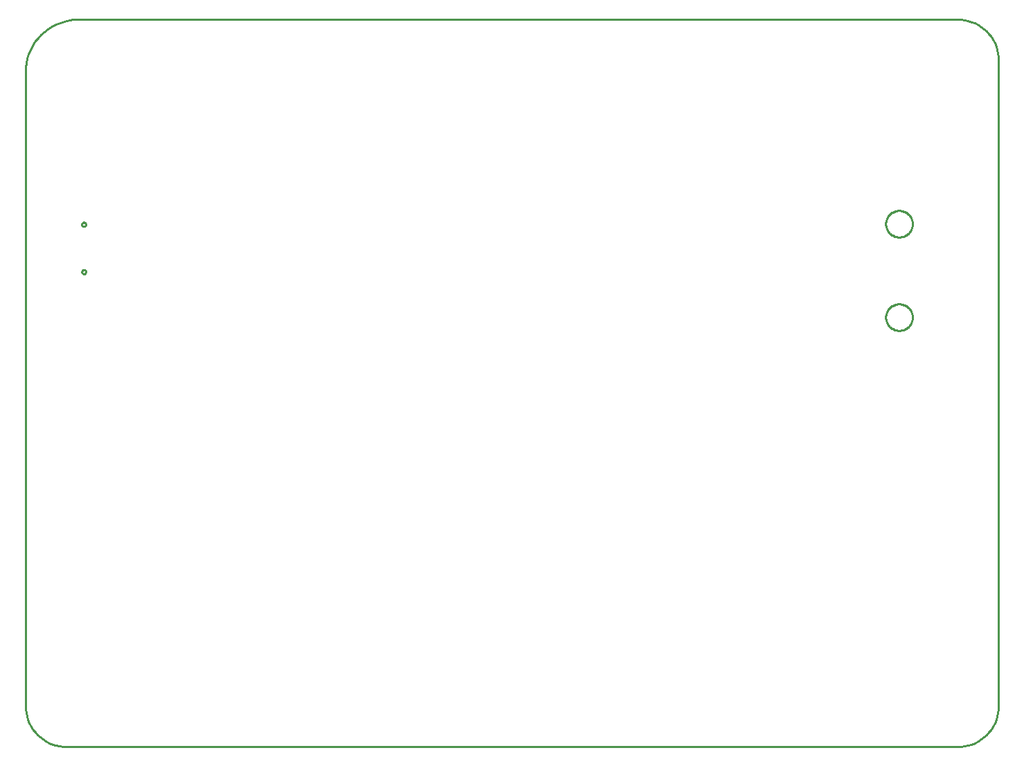
<source format=gbr>
G04 EAGLE Gerber RS-274X export*
G75*
%MOMM*%
%FSLAX34Y34*%
%LPD*%
%IN*%
%IPPOS*%
%AMOC8*
5,1,8,0,0,1.08239X$1,22.5*%
G01*
%ADD10C,0.254000*%


D10*
X0Y50000D02*
X190Y45642D01*
X760Y41318D01*
X1704Y37059D01*
X3015Y32899D01*
X4685Y28869D01*
X6699Y25000D01*
X9042Y21321D01*
X11698Y17861D01*
X14645Y14645D01*
X17861Y11698D01*
X21321Y9042D01*
X25000Y6699D01*
X28869Y4685D01*
X32899Y3015D01*
X37059Y1704D01*
X41318Y760D01*
X45642Y190D01*
X50000Y0D01*
X1140000Y0D01*
X1144358Y190D01*
X1148682Y760D01*
X1152941Y1704D01*
X1157101Y3015D01*
X1161131Y4685D01*
X1165000Y6699D01*
X1168679Y9042D01*
X1172139Y11698D01*
X1175355Y14645D01*
X1178302Y17861D01*
X1180958Y21321D01*
X1183301Y25000D01*
X1185315Y28869D01*
X1186985Y32899D01*
X1188296Y37059D01*
X1189240Y41318D01*
X1189810Y45642D01*
X1190000Y50000D01*
X1190000Y840000D01*
X1189810Y844358D01*
X1189240Y848682D01*
X1188296Y852941D01*
X1186985Y857101D01*
X1185315Y861131D01*
X1183301Y865000D01*
X1180958Y868679D01*
X1178302Y872139D01*
X1175355Y875355D01*
X1172139Y878302D01*
X1168679Y880958D01*
X1165000Y883301D01*
X1161131Y885315D01*
X1157101Y886985D01*
X1152941Y888296D01*
X1148682Y889240D01*
X1144358Y889810D01*
X1140000Y890000D01*
X64495Y890000D01*
X58874Y889755D01*
X53295Y889020D01*
X47802Y887802D01*
X42436Y886111D01*
X37238Y883957D01*
X32247Y881359D01*
X27502Y878336D01*
X23038Y874911D01*
X18890Y871110D01*
X15089Y866962D01*
X11664Y862498D01*
X8641Y857753D01*
X6043Y852762D01*
X3890Y847564D01*
X2198Y842198D01*
X980Y836705D01*
X245Y831126D01*
X0Y825505D01*
X0Y50000D01*
X1067868Y623500D02*
X1066806Y623570D01*
X1065752Y623708D01*
X1064708Y623916D01*
X1063680Y624191D01*
X1062673Y624533D01*
X1061690Y624941D01*
X1060736Y625411D01*
X1059814Y625943D01*
X1058930Y626534D01*
X1058086Y627182D01*
X1057286Y627883D01*
X1056533Y628636D01*
X1055832Y629436D01*
X1055184Y630280D01*
X1054593Y631164D01*
X1054061Y632086D01*
X1053591Y633040D01*
X1053183Y634023D01*
X1052841Y635030D01*
X1052566Y636058D01*
X1052358Y637102D01*
X1052220Y638156D01*
X1052150Y639218D01*
X1052150Y640282D01*
X1052220Y641344D01*
X1052358Y642398D01*
X1052566Y643442D01*
X1052841Y644470D01*
X1053183Y645477D01*
X1053591Y646460D01*
X1054061Y647414D01*
X1054593Y648336D01*
X1055184Y649220D01*
X1055832Y650064D01*
X1056533Y650864D01*
X1057286Y651617D01*
X1058086Y652318D01*
X1058930Y652966D01*
X1059814Y653557D01*
X1060736Y654089D01*
X1061690Y654559D01*
X1062673Y654967D01*
X1063680Y655309D01*
X1064708Y655584D01*
X1065752Y655792D01*
X1066806Y655930D01*
X1067868Y656000D01*
X1068932Y656000D01*
X1069994Y655930D01*
X1071048Y655792D01*
X1072092Y655584D01*
X1073120Y655309D01*
X1074127Y654967D01*
X1075110Y654559D01*
X1076064Y654089D01*
X1076986Y653557D01*
X1077870Y652966D01*
X1078714Y652318D01*
X1079514Y651617D01*
X1080267Y650864D01*
X1080968Y650064D01*
X1081616Y649220D01*
X1082207Y648336D01*
X1082739Y647414D01*
X1083209Y646460D01*
X1083617Y645477D01*
X1083959Y644470D01*
X1084234Y643442D01*
X1084442Y642398D01*
X1084580Y641344D01*
X1084650Y640282D01*
X1084650Y639218D01*
X1084580Y638156D01*
X1084442Y637102D01*
X1084234Y636058D01*
X1083959Y635030D01*
X1083617Y634023D01*
X1083209Y633040D01*
X1082739Y632086D01*
X1082207Y631164D01*
X1081616Y630280D01*
X1080968Y629436D01*
X1080267Y628636D01*
X1079514Y627883D01*
X1078714Y627182D01*
X1077870Y626534D01*
X1076986Y625943D01*
X1076064Y625411D01*
X1075110Y624941D01*
X1074127Y624533D01*
X1073120Y624191D01*
X1072092Y623916D01*
X1071048Y623708D01*
X1069994Y623570D01*
X1068932Y623500D01*
X1067868Y623500D01*
X1067868Y509200D02*
X1066806Y509270D01*
X1065752Y509408D01*
X1064708Y509616D01*
X1063680Y509891D01*
X1062673Y510233D01*
X1061690Y510641D01*
X1060736Y511111D01*
X1059814Y511643D01*
X1058930Y512234D01*
X1058086Y512882D01*
X1057286Y513583D01*
X1056533Y514336D01*
X1055832Y515136D01*
X1055184Y515980D01*
X1054593Y516864D01*
X1054061Y517786D01*
X1053591Y518740D01*
X1053183Y519723D01*
X1052841Y520730D01*
X1052566Y521758D01*
X1052358Y522802D01*
X1052220Y523856D01*
X1052150Y524918D01*
X1052150Y525982D01*
X1052220Y527044D01*
X1052358Y528098D01*
X1052566Y529142D01*
X1052841Y530170D01*
X1053183Y531177D01*
X1053591Y532160D01*
X1054061Y533114D01*
X1054593Y534036D01*
X1055184Y534920D01*
X1055832Y535764D01*
X1056533Y536564D01*
X1057286Y537317D01*
X1058086Y538018D01*
X1058930Y538666D01*
X1059814Y539257D01*
X1060736Y539789D01*
X1061690Y540259D01*
X1062673Y540667D01*
X1063680Y541009D01*
X1064708Y541284D01*
X1065752Y541492D01*
X1066806Y541630D01*
X1067868Y541700D01*
X1068932Y541700D01*
X1069994Y541630D01*
X1071048Y541492D01*
X1072092Y541284D01*
X1073120Y541009D01*
X1074127Y540667D01*
X1075110Y540259D01*
X1076064Y539789D01*
X1076986Y539257D01*
X1077870Y538666D01*
X1078714Y538018D01*
X1079514Y537317D01*
X1080267Y536564D01*
X1080968Y535764D01*
X1081616Y534920D01*
X1082207Y534036D01*
X1082739Y533114D01*
X1083209Y532160D01*
X1083617Y531177D01*
X1083959Y530170D01*
X1084234Y529142D01*
X1084442Y528098D01*
X1084580Y527044D01*
X1084650Y525982D01*
X1084650Y524918D01*
X1084580Y523856D01*
X1084442Y522802D01*
X1084234Y521758D01*
X1083959Y520730D01*
X1083617Y519723D01*
X1083209Y518740D01*
X1082739Y517786D01*
X1082207Y516864D01*
X1081616Y515980D01*
X1080968Y515136D01*
X1080267Y514336D01*
X1079514Y513583D01*
X1078714Y512882D01*
X1077870Y512234D01*
X1076986Y511643D01*
X1076064Y511111D01*
X1075110Y510641D01*
X1074127Y510233D01*
X1073120Y509891D01*
X1072092Y509616D01*
X1071048Y509408D01*
X1069994Y509270D01*
X1068932Y509200D01*
X1067868Y509200D01*
X71303Y636500D02*
X70915Y636562D01*
X70540Y636683D01*
X70190Y636862D01*
X69871Y637093D01*
X69593Y637371D01*
X69362Y637690D01*
X69183Y638040D01*
X69062Y638415D01*
X69000Y638803D01*
X69000Y639197D01*
X69062Y639585D01*
X69183Y639960D01*
X69362Y640310D01*
X69593Y640629D01*
X69871Y640907D01*
X70190Y641138D01*
X70540Y641317D01*
X70915Y641438D01*
X71303Y641500D01*
X71697Y641500D01*
X72085Y641438D01*
X72460Y641317D01*
X72810Y641138D01*
X73129Y640907D01*
X73407Y640629D01*
X73638Y640310D01*
X73817Y639960D01*
X73938Y639585D01*
X74000Y639197D01*
X74000Y638803D01*
X73938Y638415D01*
X73817Y638040D01*
X73638Y637690D01*
X73407Y637371D01*
X73129Y637093D01*
X72810Y636862D01*
X72460Y636683D01*
X72085Y636562D01*
X71697Y636500D01*
X71303Y636500D01*
X71303Y578500D02*
X70915Y578562D01*
X70540Y578683D01*
X70190Y578862D01*
X69871Y579093D01*
X69593Y579371D01*
X69362Y579690D01*
X69183Y580040D01*
X69062Y580415D01*
X69000Y580803D01*
X69000Y581197D01*
X69062Y581585D01*
X69183Y581960D01*
X69362Y582310D01*
X69593Y582629D01*
X69871Y582907D01*
X70190Y583138D01*
X70540Y583317D01*
X70915Y583438D01*
X71303Y583500D01*
X71697Y583500D01*
X72085Y583438D01*
X72460Y583317D01*
X72810Y583138D01*
X73129Y582907D01*
X73407Y582629D01*
X73638Y582310D01*
X73817Y581960D01*
X73938Y581585D01*
X74000Y581197D01*
X74000Y580803D01*
X73938Y580415D01*
X73817Y580040D01*
X73638Y579690D01*
X73407Y579371D01*
X73129Y579093D01*
X72810Y578862D01*
X72460Y578683D01*
X72085Y578562D01*
X71697Y578500D01*
X71303Y578500D01*
M02*

</source>
